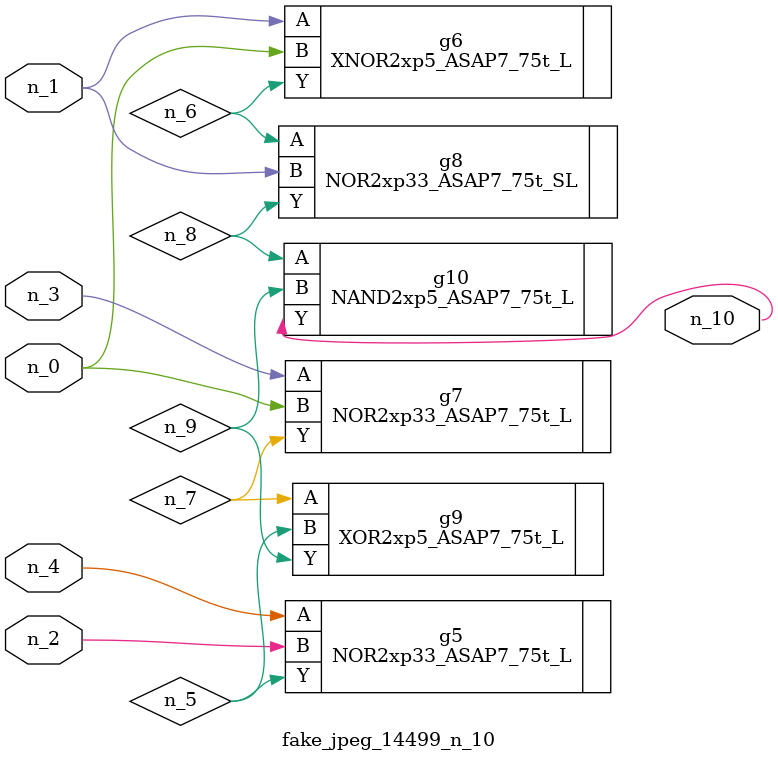
<source format=v>
module fake_jpeg_14499_n_10 (n_3, n_2, n_1, n_0, n_4, n_10);

input n_3;
input n_2;
input n_1;
input n_0;
input n_4;

output n_10;

wire n_8;
wire n_9;
wire n_6;
wire n_5;
wire n_7;

NOR2xp33_ASAP7_75t_L g5 ( 
.A(n_4),
.B(n_2),
.Y(n_5)
);

XNOR2xp5_ASAP7_75t_L g6 ( 
.A(n_1),
.B(n_0),
.Y(n_6)
);

NOR2xp33_ASAP7_75t_L g7 ( 
.A(n_3),
.B(n_0),
.Y(n_7)
);

NOR2xp33_ASAP7_75t_SL g8 ( 
.A(n_6),
.B(n_1),
.Y(n_8)
);

NAND2xp5_ASAP7_75t_L g10 ( 
.A(n_8),
.B(n_9),
.Y(n_10)
);

XOR2xp5_ASAP7_75t_L g9 ( 
.A(n_7),
.B(n_5),
.Y(n_9)
);


endmodule
</source>
